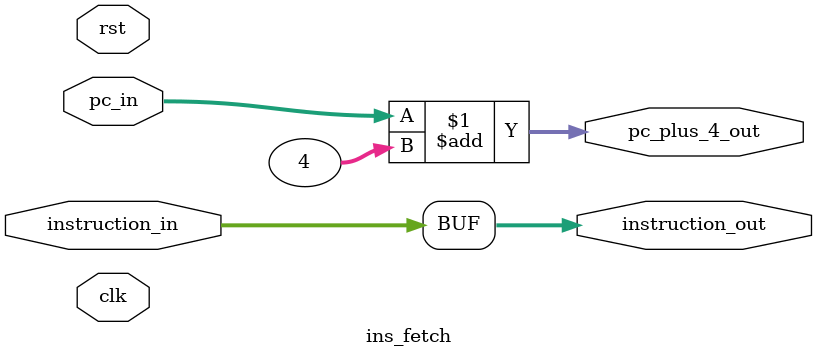
<source format=v>
`timescale 1ns / 1ps
module ins_fetch(
    input  wire        clk,
    input  wire        rst,
    
    // --- Inputs ---
    input  wire [31:0] pc_in,            // From PC register
    input  wire [31:0] instruction_in,   // From external IMEM
    
    // --- Outputs ---
    output wire [31:0] pc_plus_4_out,
    output wire [31:0] instruction_out
);
    
    // Calculate PC+4 for the next stage and for PC control
    assign pc_plus_4_out = pc_in + 32'd4;
    assign instruction_out=instruction_in;
endmodule
</source>
